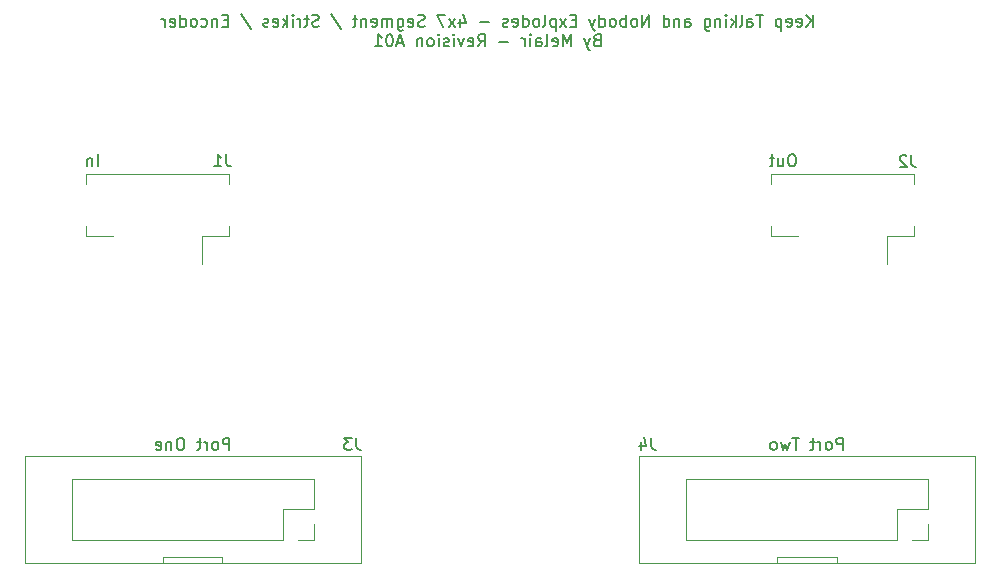
<source format=gbr>
%TF.GenerationSoftware,KiCad,Pcbnew,(5.1.9)-1*%
%TF.CreationDate,2021-05-23T18:49:26+01:00*%
%TF.ProjectId,ClockStrikeRotary,436c6f63-6b53-4747-9269-6b65526f7461,rev?*%
%TF.SameCoordinates,Original*%
%TF.FileFunction,Legend,Bot*%
%TF.FilePolarity,Positive*%
%FSLAX46Y46*%
G04 Gerber Fmt 4.6, Leading zero omitted, Abs format (unit mm)*
G04 Created by KiCad (PCBNEW (5.1.9)-1) date 2021-05-23 18:49:26*
%MOMM*%
%LPD*%
G01*
G04 APERTURE LIST*
%ADD10C,0.150000*%
%ADD11C,0.120000*%
G04 APERTURE END LIST*
D10*
X91523809Y-30127380D02*
X91523809Y-29127380D01*
X90952380Y-30127380D02*
X91380952Y-29555952D01*
X90952380Y-29127380D02*
X91523809Y-29698809D01*
X90142857Y-30079761D02*
X90238095Y-30127380D01*
X90428571Y-30127380D01*
X90523809Y-30079761D01*
X90571428Y-29984523D01*
X90571428Y-29603571D01*
X90523809Y-29508333D01*
X90428571Y-29460714D01*
X90238095Y-29460714D01*
X90142857Y-29508333D01*
X90095238Y-29603571D01*
X90095238Y-29698809D01*
X90571428Y-29794047D01*
X89285714Y-30079761D02*
X89380952Y-30127380D01*
X89571428Y-30127380D01*
X89666666Y-30079761D01*
X89714285Y-29984523D01*
X89714285Y-29603571D01*
X89666666Y-29508333D01*
X89571428Y-29460714D01*
X89380952Y-29460714D01*
X89285714Y-29508333D01*
X89238095Y-29603571D01*
X89238095Y-29698809D01*
X89714285Y-29794047D01*
X88809523Y-29460714D02*
X88809523Y-30460714D01*
X88809523Y-29508333D02*
X88714285Y-29460714D01*
X88523809Y-29460714D01*
X88428571Y-29508333D01*
X88380952Y-29555952D01*
X88333333Y-29651190D01*
X88333333Y-29936904D01*
X88380952Y-30032142D01*
X88428571Y-30079761D01*
X88523809Y-30127380D01*
X88714285Y-30127380D01*
X88809523Y-30079761D01*
X87285714Y-29127380D02*
X86714285Y-29127380D01*
X87000000Y-30127380D02*
X87000000Y-29127380D01*
X85952380Y-30127380D02*
X85952380Y-29603571D01*
X86000000Y-29508333D01*
X86095238Y-29460714D01*
X86285714Y-29460714D01*
X86380952Y-29508333D01*
X85952380Y-30079761D02*
X86047619Y-30127380D01*
X86285714Y-30127380D01*
X86380952Y-30079761D01*
X86428571Y-29984523D01*
X86428571Y-29889285D01*
X86380952Y-29794047D01*
X86285714Y-29746428D01*
X86047619Y-29746428D01*
X85952380Y-29698809D01*
X85333333Y-30127380D02*
X85428571Y-30079761D01*
X85476190Y-29984523D01*
X85476190Y-29127380D01*
X84952380Y-30127380D02*
X84952380Y-29127380D01*
X84857142Y-29746428D02*
X84571428Y-30127380D01*
X84571428Y-29460714D02*
X84952380Y-29841666D01*
X84142857Y-30127380D02*
X84142857Y-29460714D01*
X84142857Y-29127380D02*
X84190476Y-29175000D01*
X84142857Y-29222619D01*
X84095238Y-29175000D01*
X84142857Y-29127380D01*
X84142857Y-29222619D01*
X83666666Y-29460714D02*
X83666666Y-30127380D01*
X83666666Y-29555952D02*
X83619047Y-29508333D01*
X83523809Y-29460714D01*
X83380952Y-29460714D01*
X83285714Y-29508333D01*
X83238095Y-29603571D01*
X83238095Y-30127380D01*
X82333333Y-29460714D02*
X82333333Y-30270238D01*
X82380952Y-30365476D01*
X82428571Y-30413095D01*
X82523809Y-30460714D01*
X82666666Y-30460714D01*
X82761904Y-30413095D01*
X82333333Y-30079761D02*
X82428571Y-30127380D01*
X82619047Y-30127380D01*
X82714285Y-30079761D01*
X82761904Y-30032142D01*
X82809523Y-29936904D01*
X82809523Y-29651190D01*
X82761904Y-29555952D01*
X82714285Y-29508333D01*
X82619047Y-29460714D01*
X82428571Y-29460714D01*
X82333333Y-29508333D01*
X80666666Y-30127380D02*
X80666666Y-29603571D01*
X80714285Y-29508333D01*
X80809523Y-29460714D01*
X81000000Y-29460714D01*
X81095238Y-29508333D01*
X80666666Y-30079761D02*
X80761904Y-30127380D01*
X81000000Y-30127380D01*
X81095238Y-30079761D01*
X81142857Y-29984523D01*
X81142857Y-29889285D01*
X81095238Y-29794047D01*
X81000000Y-29746428D01*
X80761904Y-29746428D01*
X80666666Y-29698809D01*
X80190476Y-29460714D02*
X80190476Y-30127380D01*
X80190476Y-29555952D02*
X80142857Y-29508333D01*
X80047619Y-29460714D01*
X79904761Y-29460714D01*
X79809523Y-29508333D01*
X79761904Y-29603571D01*
X79761904Y-30127380D01*
X78857142Y-30127380D02*
X78857142Y-29127380D01*
X78857142Y-30079761D02*
X78952380Y-30127380D01*
X79142857Y-30127380D01*
X79238095Y-30079761D01*
X79285714Y-30032142D01*
X79333333Y-29936904D01*
X79333333Y-29651190D01*
X79285714Y-29555952D01*
X79238095Y-29508333D01*
X79142857Y-29460714D01*
X78952380Y-29460714D01*
X78857142Y-29508333D01*
X77619047Y-30127380D02*
X77619047Y-29127380D01*
X77047619Y-30127380D01*
X77047619Y-29127380D01*
X76428571Y-30127380D02*
X76523809Y-30079761D01*
X76571428Y-30032142D01*
X76619047Y-29936904D01*
X76619047Y-29651190D01*
X76571428Y-29555952D01*
X76523809Y-29508333D01*
X76428571Y-29460714D01*
X76285714Y-29460714D01*
X76190476Y-29508333D01*
X76142857Y-29555952D01*
X76095238Y-29651190D01*
X76095238Y-29936904D01*
X76142857Y-30032142D01*
X76190476Y-30079761D01*
X76285714Y-30127380D01*
X76428571Y-30127380D01*
X75666666Y-30127380D02*
X75666666Y-29127380D01*
X75666666Y-29508333D02*
X75571428Y-29460714D01*
X75380952Y-29460714D01*
X75285714Y-29508333D01*
X75238095Y-29555952D01*
X75190476Y-29651190D01*
X75190476Y-29936904D01*
X75238095Y-30032142D01*
X75285714Y-30079761D01*
X75380952Y-30127380D01*
X75571428Y-30127380D01*
X75666666Y-30079761D01*
X74619047Y-30127380D02*
X74714285Y-30079761D01*
X74761904Y-30032142D01*
X74809523Y-29936904D01*
X74809523Y-29651190D01*
X74761904Y-29555952D01*
X74714285Y-29508333D01*
X74619047Y-29460714D01*
X74476190Y-29460714D01*
X74380952Y-29508333D01*
X74333333Y-29555952D01*
X74285714Y-29651190D01*
X74285714Y-29936904D01*
X74333333Y-30032142D01*
X74380952Y-30079761D01*
X74476190Y-30127380D01*
X74619047Y-30127380D01*
X73428571Y-30127380D02*
X73428571Y-29127380D01*
X73428571Y-30079761D02*
X73523809Y-30127380D01*
X73714285Y-30127380D01*
X73809523Y-30079761D01*
X73857142Y-30032142D01*
X73904761Y-29936904D01*
X73904761Y-29651190D01*
X73857142Y-29555952D01*
X73809523Y-29508333D01*
X73714285Y-29460714D01*
X73523809Y-29460714D01*
X73428571Y-29508333D01*
X73047619Y-29460714D02*
X72809523Y-30127380D01*
X72571428Y-29460714D02*
X72809523Y-30127380D01*
X72904761Y-30365476D01*
X72952380Y-30413095D01*
X73047619Y-30460714D01*
X71428571Y-29603571D02*
X71095238Y-29603571D01*
X70952380Y-30127380D02*
X71428571Y-30127380D01*
X71428571Y-29127380D01*
X70952380Y-29127380D01*
X70619047Y-30127380D02*
X70095238Y-29460714D01*
X70619047Y-29460714D02*
X70095238Y-30127380D01*
X69714285Y-29460714D02*
X69714285Y-30460714D01*
X69714285Y-29508333D02*
X69619047Y-29460714D01*
X69428571Y-29460714D01*
X69333333Y-29508333D01*
X69285714Y-29555952D01*
X69238095Y-29651190D01*
X69238095Y-29936904D01*
X69285714Y-30032142D01*
X69333333Y-30079761D01*
X69428571Y-30127380D01*
X69619047Y-30127380D01*
X69714285Y-30079761D01*
X68666666Y-30127380D02*
X68761904Y-30079761D01*
X68809523Y-29984523D01*
X68809523Y-29127380D01*
X68142857Y-30127380D02*
X68238095Y-30079761D01*
X68285714Y-30032142D01*
X68333333Y-29936904D01*
X68333333Y-29651190D01*
X68285714Y-29555952D01*
X68238095Y-29508333D01*
X68142857Y-29460714D01*
X68000000Y-29460714D01*
X67904761Y-29508333D01*
X67857142Y-29555952D01*
X67809523Y-29651190D01*
X67809523Y-29936904D01*
X67857142Y-30032142D01*
X67904761Y-30079761D01*
X68000000Y-30127380D01*
X68142857Y-30127380D01*
X66952380Y-30127380D02*
X66952380Y-29127380D01*
X66952380Y-30079761D02*
X67047619Y-30127380D01*
X67238095Y-30127380D01*
X67333333Y-30079761D01*
X67380952Y-30032142D01*
X67428571Y-29936904D01*
X67428571Y-29651190D01*
X67380952Y-29555952D01*
X67333333Y-29508333D01*
X67238095Y-29460714D01*
X67047619Y-29460714D01*
X66952380Y-29508333D01*
X66095238Y-30079761D02*
X66190476Y-30127380D01*
X66380952Y-30127380D01*
X66476190Y-30079761D01*
X66523809Y-29984523D01*
X66523809Y-29603571D01*
X66476190Y-29508333D01*
X66380952Y-29460714D01*
X66190476Y-29460714D01*
X66095238Y-29508333D01*
X66047619Y-29603571D01*
X66047619Y-29698809D01*
X66523809Y-29794047D01*
X65666666Y-30079761D02*
X65571428Y-30127380D01*
X65380952Y-30127380D01*
X65285714Y-30079761D01*
X65238095Y-29984523D01*
X65238095Y-29936904D01*
X65285714Y-29841666D01*
X65380952Y-29794047D01*
X65523809Y-29794047D01*
X65619047Y-29746428D01*
X65666666Y-29651190D01*
X65666666Y-29603571D01*
X65619047Y-29508333D01*
X65523809Y-29460714D01*
X65380952Y-29460714D01*
X65285714Y-29508333D01*
X64047619Y-29746428D02*
X63285714Y-29746428D01*
X61619047Y-29460714D02*
X61619047Y-30127380D01*
X61857142Y-29079761D02*
X62095238Y-29794047D01*
X61476190Y-29794047D01*
X61190476Y-30127380D02*
X60666666Y-29460714D01*
X61190476Y-29460714D02*
X60666666Y-30127380D01*
X60380952Y-29127380D02*
X59714285Y-29127380D01*
X60142857Y-30127380D01*
X58619047Y-30079761D02*
X58476190Y-30127380D01*
X58238095Y-30127380D01*
X58142857Y-30079761D01*
X58095238Y-30032142D01*
X58047619Y-29936904D01*
X58047619Y-29841666D01*
X58095238Y-29746428D01*
X58142857Y-29698809D01*
X58238095Y-29651190D01*
X58428571Y-29603571D01*
X58523809Y-29555952D01*
X58571428Y-29508333D01*
X58619047Y-29413095D01*
X58619047Y-29317857D01*
X58571428Y-29222619D01*
X58523809Y-29175000D01*
X58428571Y-29127380D01*
X58190476Y-29127380D01*
X58047619Y-29175000D01*
X57238095Y-30079761D02*
X57333333Y-30127380D01*
X57523809Y-30127380D01*
X57619047Y-30079761D01*
X57666666Y-29984523D01*
X57666666Y-29603571D01*
X57619047Y-29508333D01*
X57523809Y-29460714D01*
X57333333Y-29460714D01*
X57238095Y-29508333D01*
X57190476Y-29603571D01*
X57190476Y-29698809D01*
X57666666Y-29794047D01*
X56333333Y-29460714D02*
X56333333Y-30270238D01*
X56380952Y-30365476D01*
X56428571Y-30413095D01*
X56523809Y-30460714D01*
X56666666Y-30460714D01*
X56761904Y-30413095D01*
X56333333Y-30079761D02*
X56428571Y-30127380D01*
X56619047Y-30127380D01*
X56714285Y-30079761D01*
X56761904Y-30032142D01*
X56809523Y-29936904D01*
X56809523Y-29651190D01*
X56761904Y-29555952D01*
X56714285Y-29508333D01*
X56619047Y-29460714D01*
X56428571Y-29460714D01*
X56333333Y-29508333D01*
X55857142Y-30127380D02*
X55857142Y-29460714D01*
X55857142Y-29555952D02*
X55809523Y-29508333D01*
X55714285Y-29460714D01*
X55571428Y-29460714D01*
X55476190Y-29508333D01*
X55428571Y-29603571D01*
X55428571Y-30127380D01*
X55428571Y-29603571D02*
X55380952Y-29508333D01*
X55285714Y-29460714D01*
X55142857Y-29460714D01*
X55047619Y-29508333D01*
X55000000Y-29603571D01*
X55000000Y-30127380D01*
X54142857Y-30079761D02*
X54238095Y-30127380D01*
X54428571Y-30127380D01*
X54523809Y-30079761D01*
X54571428Y-29984523D01*
X54571428Y-29603571D01*
X54523809Y-29508333D01*
X54428571Y-29460714D01*
X54238095Y-29460714D01*
X54142857Y-29508333D01*
X54095238Y-29603571D01*
X54095238Y-29698809D01*
X54571428Y-29794047D01*
X53666666Y-29460714D02*
X53666666Y-30127380D01*
X53666666Y-29555952D02*
X53619047Y-29508333D01*
X53523809Y-29460714D01*
X53380952Y-29460714D01*
X53285714Y-29508333D01*
X53238095Y-29603571D01*
X53238095Y-30127380D01*
X52904761Y-29460714D02*
X52523809Y-29460714D01*
X52761904Y-29127380D02*
X52761904Y-29984523D01*
X52714285Y-30079761D01*
X52619047Y-30127380D01*
X52523809Y-30127380D01*
X50714285Y-29079761D02*
X51571428Y-30365476D01*
X49666666Y-30079761D02*
X49523809Y-30127380D01*
X49285714Y-30127380D01*
X49190476Y-30079761D01*
X49142857Y-30032142D01*
X49095238Y-29936904D01*
X49095238Y-29841666D01*
X49142857Y-29746428D01*
X49190476Y-29698809D01*
X49285714Y-29651190D01*
X49476190Y-29603571D01*
X49571428Y-29555952D01*
X49619047Y-29508333D01*
X49666666Y-29413095D01*
X49666666Y-29317857D01*
X49619047Y-29222619D01*
X49571428Y-29175000D01*
X49476190Y-29127380D01*
X49238095Y-29127380D01*
X49095238Y-29175000D01*
X48809523Y-29460714D02*
X48428571Y-29460714D01*
X48666666Y-29127380D02*
X48666666Y-29984523D01*
X48619047Y-30079761D01*
X48523809Y-30127380D01*
X48428571Y-30127380D01*
X48095238Y-30127380D02*
X48095238Y-29460714D01*
X48095238Y-29651190D02*
X48047619Y-29555952D01*
X48000000Y-29508333D01*
X47904761Y-29460714D01*
X47809523Y-29460714D01*
X47476190Y-30127380D02*
X47476190Y-29460714D01*
X47476190Y-29127380D02*
X47523809Y-29175000D01*
X47476190Y-29222619D01*
X47428571Y-29175000D01*
X47476190Y-29127380D01*
X47476190Y-29222619D01*
X47000000Y-30127380D02*
X47000000Y-29127380D01*
X46904761Y-29746428D02*
X46619047Y-30127380D01*
X46619047Y-29460714D02*
X47000000Y-29841666D01*
X45809523Y-30079761D02*
X45904761Y-30127380D01*
X46095238Y-30127380D01*
X46190476Y-30079761D01*
X46238095Y-29984523D01*
X46238095Y-29603571D01*
X46190476Y-29508333D01*
X46095238Y-29460714D01*
X45904761Y-29460714D01*
X45809523Y-29508333D01*
X45761904Y-29603571D01*
X45761904Y-29698809D01*
X46238095Y-29794047D01*
X45380952Y-30079761D02*
X45285714Y-30127380D01*
X45095238Y-30127380D01*
X45000000Y-30079761D01*
X44952380Y-29984523D01*
X44952380Y-29936904D01*
X45000000Y-29841666D01*
X45095238Y-29794047D01*
X45238095Y-29794047D01*
X45333333Y-29746428D01*
X45380952Y-29651190D01*
X45380952Y-29603571D01*
X45333333Y-29508333D01*
X45238095Y-29460714D01*
X45095238Y-29460714D01*
X45000000Y-29508333D01*
X43047619Y-29079761D02*
X43904761Y-30365476D01*
X41952380Y-29603571D02*
X41619047Y-29603571D01*
X41476190Y-30127380D02*
X41952380Y-30127380D01*
X41952380Y-29127380D01*
X41476190Y-29127380D01*
X41047619Y-29460714D02*
X41047619Y-30127380D01*
X41047619Y-29555952D02*
X41000000Y-29508333D01*
X40904761Y-29460714D01*
X40761904Y-29460714D01*
X40666666Y-29508333D01*
X40619047Y-29603571D01*
X40619047Y-30127380D01*
X39714285Y-30079761D02*
X39809523Y-30127380D01*
X40000000Y-30127380D01*
X40095238Y-30079761D01*
X40142857Y-30032142D01*
X40190476Y-29936904D01*
X40190476Y-29651190D01*
X40142857Y-29555952D01*
X40095238Y-29508333D01*
X40000000Y-29460714D01*
X39809523Y-29460714D01*
X39714285Y-29508333D01*
X39142857Y-30127380D02*
X39238095Y-30079761D01*
X39285714Y-30032142D01*
X39333333Y-29936904D01*
X39333333Y-29651190D01*
X39285714Y-29555952D01*
X39238095Y-29508333D01*
X39142857Y-29460714D01*
X39000000Y-29460714D01*
X38904761Y-29508333D01*
X38857142Y-29555952D01*
X38809523Y-29651190D01*
X38809523Y-29936904D01*
X38857142Y-30032142D01*
X38904761Y-30079761D01*
X39000000Y-30127380D01*
X39142857Y-30127380D01*
X37952380Y-30127380D02*
X37952380Y-29127380D01*
X37952380Y-30079761D02*
X38047619Y-30127380D01*
X38238095Y-30127380D01*
X38333333Y-30079761D01*
X38380952Y-30032142D01*
X38428571Y-29936904D01*
X38428571Y-29651190D01*
X38380952Y-29555952D01*
X38333333Y-29508333D01*
X38238095Y-29460714D01*
X38047619Y-29460714D01*
X37952380Y-29508333D01*
X37095238Y-30079761D02*
X37190476Y-30127380D01*
X37380952Y-30127380D01*
X37476190Y-30079761D01*
X37523809Y-29984523D01*
X37523809Y-29603571D01*
X37476190Y-29508333D01*
X37380952Y-29460714D01*
X37190476Y-29460714D01*
X37095238Y-29508333D01*
X37047619Y-29603571D01*
X37047619Y-29698809D01*
X37523809Y-29794047D01*
X36619047Y-30127380D02*
X36619047Y-29460714D01*
X36619047Y-29651190D02*
X36571428Y-29555952D01*
X36523809Y-29508333D01*
X36428571Y-29460714D01*
X36333333Y-29460714D01*
X73190476Y-31253571D02*
X73047619Y-31301190D01*
X73000000Y-31348809D01*
X72952380Y-31444047D01*
X72952380Y-31586904D01*
X73000000Y-31682142D01*
X73047619Y-31729761D01*
X73142857Y-31777380D01*
X73523809Y-31777380D01*
X73523809Y-30777380D01*
X73190476Y-30777380D01*
X73095238Y-30825000D01*
X73047619Y-30872619D01*
X73000000Y-30967857D01*
X73000000Y-31063095D01*
X73047619Y-31158333D01*
X73095238Y-31205952D01*
X73190476Y-31253571D01*
X73523809Y-31253571D01*
X72619047Y-31110714D02*
X72380952Y-31777380D01*
X72142857Y-31110714D02*
X72380952Y-31777380D01*
X72476190Y-32015476D01*
X72523809Y-32063095D01*
X72619047Y-32110714D01*
X71000000Y-31777380D02*
X71000000Y-30777380D01*
X70666666Y-31491666D01*
X70333333Y-30777380D01*
X70333333Y-31777380D01*
X69476190Y-31729761D02*
X69571428Y-31777380D01*
X69761904Y-31777380D01*
X69857142Y-31729761D01*
X69904761Y-31634523D01*
X69904761Y-31253571D01*
X69857142Y-31158333D01*
X69761904Y-31110714D01*
X69571428Y-31110714D01*
X69476190Y-31158333D01*
X69428571Y-31253571D01*
X69428571Y-31348809D01*
X69904761Y-31444047D01*
X68857142Y-31777380D02*
X68952380Y-31729761D01*
X69000000Y-31634523D01*
X69000000Y-30777380D01*
X68047619Y-31777380D02*
X68047619Y-31253571D01*
X68095238Y-31158333D01*
X68190476Y-31110714D01*
X68380952Y-31110714D01*
X68476190Y-31158333D01*
X68047619Y-31729761D02*
X68142857Y-31777380D01*
X68380952Y-31777380D01*
X68476190Y-31729761D01*
X68523809Y-31634523D01*
X68523809Y-31539285D01*
X68476190Y-31444047D01*
X68380952Y-31396428D01*
X68142857Y-31396428D01*
X68047619Y-31348809D01*
X67571428Y-31777380D02*
X67571428Y-31110714D01*
X67571428Y-30777380D02*
X67619047Y-30825000D01*
X67571428Y-30872619D01*
X67523809Y-30825000D01*
X67571428Y-30777380D01*
X67571428Y-30872619D01*
X67095238Y-31777380D02*
X67095238Y-31110714D01*
X67095238Y-31301190D02*
X67047619Y-31205952D01*
X67000000Y-31158333D01*
X66904761Y-31110714D01*
X66809523Y-31110714D01*
X65714285Y-31396428D02*
X64952380Y-31396428D01*
X63142857Y-31777380D02*
X63476190Y-31301190D01*
X63714285Y-31777380D02*
X63714285Y-30777380D01*
X63333333Y-30777380D01*
X63238095Y-30825000D01*
X63190476Y-30872619D01*
X63142857Y-30967857D01*
X63142857Y-31110714D01*
X63190476Y-31205952D01*
X63238095Y-31253571D01*
X63333333Y-31301190D01*
X63714285Y-31301190D01*
X62333333Y-31729761D02*
X62428571Y-31777380D01*
X62619047Y-31777380D01*
X62714285Y-31729761D01*
X62761904Y-31634523D01*
X62761904Y-31253571D01*
X62714285Y-31158333D01*
X62619047Y-31110714D01*
X62428571Y-31110714D01*
X62333333Y-31158333D01*
X62285714Y-31253571D01*
X62285714Y-31348809D01*
X62761904Y-31444047D01*
X61952380Y-31110714D02*
X61714285Y-31777380D01*
X61476190Y-31110714D01*
X61095238Y-31777380D02*
X61095238Y-31110714D01*
X61095238Y-30777380D02*
X61142857Y-30825000D01*
X61095238Y-30872619D01*
X61047619Y-30825000D01*
X61095238Y-30777380D01*
X61095238Y-30872619D01*
X60666666Y-31729761D02*
X60571428Y-31777380D01*
X60380952Y-31777380D01*
X60285714Y-31729761D01*
X60238095Y-31634523D01*
X60238095Y-31586904D01*
X60285714Y-31491666D01*
X60380952Y-31444047D01*
X60523809Y-31444047D01*
X60619047Y-31396428D01*
X60666666Y-31301190D01*
X60666666Y-31253571D01*
X60619047Y-31158333D01*
X60523809Y-31110714D01*
X60380952Y-31110714D01*
X60285714Y-31158333D01*
X59809523Y-31777380D02*
X59809523Y-31110714D01*
X59809523Y-30777380D02*
X59857142Y-30825000D01*
X59809523Y-30872619D01*
X59761904Y-30825000D01*
X59809523Y-30777380D01*
X59809523Y-30872619D01*
X59190476Y-31777380D02*
X59285714Y-31729761D01*
X59333333Y-31682142D01*
X59380952Y-31586904D01*
X59380952Y-31301190D01*
X59333333Y-31205952D01*
X59285714Y-31158333D01*
X59190476Y-31110714D01*
X59047619Y-31110714D01*
X58952380Y-31158333D01*
X58904761Y-31205952D01*
X58857142Y-31301190D01*
X58857142Y-31586904D01*
X58904761Y-31682142D01*
X58952380Y-31729761D01*
X59047619Y-31777380D01*
X59190476Y-31777380D01*
X58428571Y-31110714D02*
X58428571Y-31777380D01*
X58428571Y-31205952D02*
X58380952Y-31158333D01*
X58285714Y-31110714D01*
X58142857Y-31110714D01*
X58047619Y-31158333D01*
X58000000Y-31253571D01*
X58000000Y-31777380D01*
X56809523Y-31491666D02*
X56333333Y-31491666D01*
X56904761Y-31777380D02*
X56571428Y-30777380D01*
X56238095Y-31777380D01*
X55714285Y-30777380D02*
X55619047Y-30777380D01*
X55523809Y-30825000D01*
X55476190Y-30872619D01*
X55428571Y-30967857D01*
X55380952Y-31158333D01*
X55380952Y-31396428D01*
X55428571Y-31586904D01*
X55476190Y-31682142D01*
X55523809Y-31729761D01*
X55619047Y-31777380D01*
X55714285Y-31777380D01*
X55809523Y-31729761D01*
X55857142Y-31682142D01*
X55904761Y-31586904D01*
X55952380Y-31396428D01*
X55952380Y-31158333D01*
X55904761Y-30967857D01*
X55857142Y-30872619D01*
X55809523Y-30825000D01*
X55714285Y-30777380D01*
X54428571Y-31777380D02*
X55000000Y-31777380D01*
X54714285Y-31777380D02*
X54714285Y-30777380D01*
X54809523Y-30920238D01*
X54904761Y-31015476D01*
X55000000Y-31063095D01*
X94047619Y-65952380D02*
X94047619Y-64952380D01*
X93666666Y-64952380D01*
X93571428Y-65000000D01*
X93523809Y-65047619D01*
X93476190Y-65142857D01*
X93476190Y-65285714D01*
X93523809Y-65380952D01*
X93571428Y-65428571D01*
X93666666Y-65476190D01*
X94047619Y-65476190D01*
X92904761Y-65952380D02*
X93000000Y-65904761D01*
X93047619Y-65857142D01*
X93095238Y-65761904D01*
X93095238Y-65476190D01*
X93047619Y-65380952D01*
X93000000Y-65333333D01*
X92904761Y-65285714D01*
X92761904Y-65285714D01*
X92666666Y-65333333D01*
X92619047Y-65380952D01*
X92571428Y-65476190D01*
X92571428Y-65761904D01*
X92619047Y-65857142D01*
X92666666Y-65904761D01*
X92761904Y-65952380D01*
X92904761Y-65952380D01*
X92142857Y-65952380D02*
X92142857Y-65285714D01*
X92142857Y-65476190D02*
X92095238Y-65380952D01*
X92047619Y-65333333D01*
X91952380Y-65285714D01*
X91857142Y-65285714D01*
X91666666Y-65285714D02*
X91285714Y-65285714D01*
X91523809Y-64952380D02*
X91523809Y-65809523D01*
X91476190Y-65904761D01*
X91380952Y-65952380D01*
X91285714Y-65952380D01*
X90333333Y-64952380D02*
X89761904Y-64952380D01*
X90047619Y-65952380D02*
X90047619Y-64952380D01*
X89523809Y-65285714D02*
X89333333Y-65952380D01*
X89142857Y-65476190D01*
X88952380Y-65952380D01*
X88761904Y-65285714D01*
X88238095Y-65952380D02*
X88333333Y-65904761D01*
X88380952Y-65857142D01*
X88428571Y-65761904D01*
X88428571Y-65476190D01*
X88380952Y-65380952D01*
X88333333Y-65333333D01*
X88238095Y-65285714D01*
X88095238Y-65285714D01*
X88000000Y-65333333D01*
X87952380Y-65380952D01*
X87904761Y-65476190D01*
X87904761Y-65761904D01*
X87952380Y-65857142D01*
X88000000Y-65904761D01*
X88095238Y-65952380D01*
X88238095Y-65952380D01*
X42095238Y-65952380D02*
X42095238Y-64952380D01*
X41714285Y-64952380D01*
X41619047Y-65000000D01*
X41571428Y-65047619D01*
X41523809Y-65142857D01*
X41523809Y-65285714D01*
X41571428Y-65380952D01*
X41619047Y-65428571D01*
X41714285Y-65476190D01*
X42095238Y-65476190D01*
X40952380Y-65952380D02*
X41047619Y-65904761D01*
X41095238Y-65857142D01*
X41142857Y-65761904D01*
X41142857Y-65476190D01*
X41095238Y-65380952D01*
X41047619Y-65333333D01*
X40952380Y-65285714D01*
X40809523Y-65285714D01*
X40714285Y-65333333D01*
X40666666Y-65380952D01*
X40619047Y-65476190D01*
X40619047Y-65761904D01*
X40666666Y-65857142D01*
X40714285Y-65904761D01*
X40809523Y-65952380D01*
X40952380Y-65952380D01*
X40190476Y-65952380D02*
X40190476Y-65285714D01*
X40190476Y-65476190D02*
X40142857Y-65380952D01*
X40095238Y-65333333D01*
X40000000Y-65285714D01*
X39904761Y-65285714D01*
X39714285Y-65285714D02*
X39333333Y-65285714D01*
X39571428Y-64952380D02*
X39571428Y-65809523D01*
X39523809Y-65904761D01*
X39428571Y-65952380D01*
X39333333Y-65952380D01*
X38047619Y-64952380D02*
X37857142Y-64952380D01*
X37761904Y-65000000D01*
X37666666Y-65095238D01*
X37619047Y-65285714D01*
X37619047Y-65619047D01*
X37666666Y-65809523D01*
X37761904Y-65904761D01*
X37857142Y-65952380D01*
X38047619Y-65952380D01*
X38142857Y-65904761D01*
X38238095Y-65809523D01*
X38285714Y-65619047D01*
X38285714Y-65285714D01*
X38238095Y-65095238D01*
X38142857Y-65000000D01*
X38047619Y-64952380D01*
X37190476Y-65285714D02*
X37190476Y-65952380D01*
X37190476Y-65380952D02*
X37142857Y-65333333D01*
X37047619Y-65285714D01*
X36904761Y-65285714D01*
X36809523Y-65333333D01*
X36761904Y-65428571D01*
X36761904Y-65952380D01*
X35904761Y-65904761D02*
X35999999Y-65952380D01*
X36190476Y-65952380D01*
X36285714Y-65904761D01*
X36333333Y-65809523D01*
X36333333Y-65428571D01*
X36285714Y-65333333D01*
X36190476Y-65285714D01*
X35999999Y-65285714D01*
X35904761Y-65333333D01*
X35857142Y-65428571D01*
X35857142Y-65523809D01*
X36333333Y-65619047D01*
X89833333Y-40952380D02*
X89642857Y-40952380D01*
X89547619Y-41000000D01*
X89452380Y-41095238D01*
X89404761Y-41285714D01*
X89404761Y-41619047D01*
X89452380Y-41809523D01*
X89547619Y-41904761D01*
X89642857Y-41952380D01*
X89833333Y-41952380D01*
X89928571Y-41904761D01*
X90023809Y-41809523D01*
X90071428Y-41619047D01*
X90071428Y-41285714D01*
X90023809Y-41095238D01*
X89928571Y-41000000D01*
X89833333Y-40952380D01*
X88547619Y-41285714D02*
X88547619Y-41952380D01*
X88976190Y-41285714D02*
X88976190Y-41809523D01*
X88928571Y-41904761D01*
X88833333Y-41952380D01*
X88690476Y-41952380D01*
X88595238Y-41904761D01*
X88547619Y-41857142D01*
X88214285Y-41285714D02*
X87833333Y-41285714D01*
X88071428Y-40952380D02*
X88071428Y-41809523D01*
X88023809Y-41904761D01*
X87928571Y-41952380D01*
X87833333Y-41952380D01*
X30952380Y-41952380D02*
X30952380Y-40952380D01*
X30476190Y-41285714D02*
X30476190Y-41952380D01*
X30476190Y-41380952D02*
X30428571Y-41333333D01*
X30333333Y-41285714D01*
X30190476Y-41285714D01*
X30095238Y-41333333D01*
X30047619Y-41428571D01*
X30047619Y-41952380D01*
D11*
%TO.C,J4*%
X88500000Y-75000000D02*
X88500000Y-75500000D01*
X93500000Y-75000000D02*
X88500000Y-75000000D01*
X93500000Y-75500000D02*
X93500000Y-75000000D01*
X76750000Y-75500000D02*
X91000000Y-75500000D01*
X76750000Y-66500000D02*
X76750000Y-75500000D01*
X105250000Y-66500000D02*
X76750000Y-66500000D01*
X105250000Y-75500000D02*
X105250000Y-66500000D01*
X91000000Y-75500000D02*
X105250000Y-75500000D01*
X101220000Y-73600000D02*
X101220000Y-72270000D01*
X99890000Y-73600000D02*
X101220000Y-73600000D01*
X101220000Y-71000000D02*
X101220000Y-68400000D01*
X98620000Y-71000000D02*
X101220000Y-71000000D01*
X98620000Y-73600000D02*
X98620000Y-71000000D01*
X101220000Y-68400000D02*
X80780000Y-68400000D01*
X98620000Y-73600000D02*
X80780000Y-73600000D01*
X80780000Y-73600000D02*
X80780000Y-68400000D01*
%TO.C,J2*%
X87915000Y-42640000D02*
X87915000Y-43490000D01*
X100085000Y-42640000D02*
X87915000Y-42640000D01*
X100085000Y-43490000D02*
X100085000Y-42640000D01*
X87915000Y-47860000D02*
X90240000Y-47860000D01*
X87915000Y-47010000D02*
X87915000Y-47860000D01*
X97760000Y-47860000D02*
X97760000Y-50250000D01*
X100085000Y-47860000D02*
X97760000Y-47860000D01*
X100085000Y-47010000D02*
X100085000Y-47860000D01*
%TO.C,J1*%
X29915000Y-42640000D02*
X29915000Y-43490000D01*
X42085000Y-42640000D02*
X29915000Y-42640000D01*
X42085000Y-43490000D02*
X42085000Y-42640000D01*
X29915000Y-47860000D02*
X32240000Y-47860000D01*
X29915000Y-47010000D02*
X29915000Y-47860000D01*
X39760000Y-47860000D02*
X39760000Y-50250000D01*
X42085000Y-47860000D02*
X39760000Y-47860000D01*
X42085000Y-47010000D02*
X42085000Y-47860000D01*
%TO.C,J3*%
X36500000Y-75000000D02*
X36500000Y-75500000D01*
X41500000Y-75000000D02*
X36500000Y-75000000D01*
X41500000Y-75500000D02*
X41500000Y-75000000D01*
X24750000Y-75500000D02*
X39000000Y-75500000D01*
X24750000Y-66500000D02*
X24750000Y-75500000D01*
X53250000Y-66500000D02*
X24750000Y-66500000D01*
X53250000Y-75500000D02*
X53250000Y-66500000D01*
X39000000Y-75500000D02*
X53250000Y-75500000D01*
X49220000Y-73600000D02*
X49220000Y-72270000D01*
X47890000Y-73600000D02*
X49220000Y-73600000D01*
X49220000Y-71000000D02*
X49220000Y-68400000D01*
X46620000Y-71000000D02*
X49220000Y-71000000D01*
X46620000Y-73600000D02*
X46620000Y-71000000D01*
X49220000Y-68400000D02*
X28780000Y-68400000D01*
X46620000Y-73600000D02*
X28780000Y-73600000D01*
X28780000Y-73600000D02*
X28780000Y-68400000D01*
%TO.C,J4*%
D10*
X77833333Y-64952380D02*
X77833333Y-65666666D01*
X77880952Y-65809523D01*
X77976190Y-65904761D01*
X78119047Y-65952380D01*
X78214285Y-65952380D01*
X76928571Y-65285714D02*
X76928571Y-65952380D01*
X77166666Y-64904761D02*
X77404761Y-65619047D01*
X76785714Y-65619047D01*
%TO.C,J2*%
X99833333Y-41002380D02*
X99833333Y-41716666D01*
X99880952Y-41859523D01*
X99976190Y-41954761D01*
X100119047Y-42002380D01*
X100214285Y-42002380D01*
X99404761Y-41097619D02*
X99357142Y-41050000D01*
X99261904Y-41002380D01*
X99023809Y-41002380D01*
X98928571Y-41050000D01*
X98880952Y-41097619D01*
X98833333Y-41192857D01*
X98833333Y-41288095D01*
X98880952Y-41430952D01*
X99452380Y-42002380D01*
X98833333Y-42002380D01*
%TO.C,J1*%
X41833333Y-40952380D02*
X41833333Y-41666666D01*
X41880952Y-41809523D01*
X41976190Y-41904761D01*
X42119047Y-41952380D01*
X42214285Y-41952380D01*
X40833333Y-41952380D02*
X41404761Y-41952380D01*
X41119047Y-41952380D02*
X41119047Y-40952380D01*
X41214285Y-41095238D01*
X41309523Y-41190476D01*
X41404761Y-41238095D01*
%TO.C,J3*%
X52833333Y-64952380D02*
X52833333Y-65666666D01*
X52880952Y-65809523D01*
X52976190Y-65904761D01*
X53119047Y-65952380D01*
X53214285Y-65952380D01*
X52452380Y-64952380D02*
X51833333Y-64952380D01*
X52166666Y-65333333D01*
X52023809Y-65333333D01*
X51928571Y-65380952D01*
X51880952Y-65428571D01*
X51833333Y-65523809D01*
X51833333Y-65761904D01*
X51880952Y-65857142D01*
X51928571Y-65904761D01*
X52023809Y-65952380D01*
X52309523Y-65952380D01*
X52404761Y-65904761D01*
X52452380Y-65857142D01*
%TD*%
M02*

</source>
